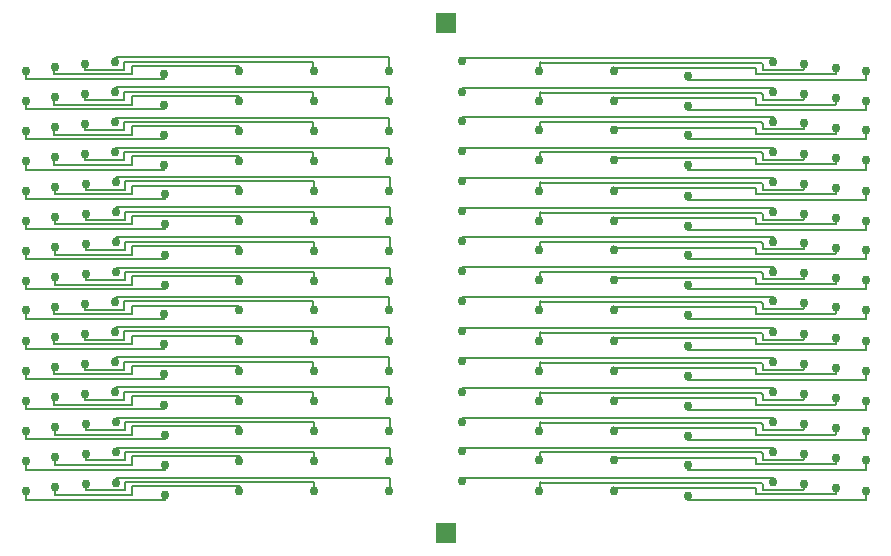
<source format=gbl>
G04 #@! TF.GenerationSoftware,KiCad,Pcbnew,5.1.9+dfsg1-1~bpo10+1*
G04 #@! TF.CreationDate,2021-10-28T18:47:32+00:00*
G04 #@! TF.ProjectId,120-channel-test-board,3132302d-6368-4616-9e6e-656c2d746573,v1.2*
G04 #@! TF.SameCoordinates,Original*
G04 #@! TF.FileFunction,Copper,L2,Bot*
G04 #@! TF.FilePolarity,Positive*
%FSLAX46Y46*%
G04 Gerber Fmt 4.6, Leading zero omitted, Abs format (unit mm)*
G04 Created by KiCad (PCBNEW 5.1.9+dfsg1-1~bpo10+1) date 2021-10-28 18:47:32*
%MOMM*%
%LPD*%
G01*
G04 APERTURE LIST*
G04 #@! TA.AperFunction,ComponentPad*
%ADD10R,1.700000X1.700000*%
G04 #@! TD*
G04 #@! TA.AperFunction,ViaPad*
%ADD11C,0.762000*%
G04 #@! TD*
G04 #@! TA.AperFunction,Conductor*
%ADD12C,0.177800*%
G04 #@! TD*
G04 APERTURE END LIST*
D10*
X76200000Y-82296000D03*
X76200000Y-39116000D03*
D11*
X103950000Y-42450000D03*
X77614780Y-42397520D03*
X84074000Y-43180000D03*
X106500000Y-42600000D03*
X90424000Y-43180000D03*
X109250000Y-42950000D03*
X96750000Y-43600000D03*
X111760000Y-43180000D03*
X77614780Y-44947520D03*
X103950000Y-45000000D03*
X106500000Y-45150000D03*
X84074000Y-45730000D03*
X109250000Y-45500000D03*
X90424000Y-45730000D03*
X111760000Y-45730000D03*
X96750000Y-46150000D03*
X77614780Y-47447520D03*
X103950000Y-47500000D03*
X106500000Y-47650000D03*
X84074000Y-48230000D03*
X109250000Y-48000000D03*
X90424000Y-48230000D03*
X111760000Y-48230000D03*
X96750000Y-48650000D03*
X103950000Y-50050000D03*
X77614780Y-49997520D03*
X84074000Y-50780000D03*
X106500000Y-50200000D03*
X90424000Y-50780000D03*
X109250000Y-50550000D03*
X96750000Y-51200000D03*
X111760000Y-50780000D03*
X77614780Y-52547520D03*
X103950000Y-52600000D03*
X106500000Y-52750000D03*
X84074000Y-53330000D03*
X109250000Y-53100000D03*
X90424000Y-53330000D03*
X111760000Y-53330000D03*
X96750000Y-53750000D03*
X103950000Y-55150000D03*
X77614780Y-55097520D03*
X84074000Y-55880000D03*
X106500000Y-55300000D03*
X90424000Y-55880000D03*
X109250000Y-55650000D03*
X96750000Y-56300000D03*
X111760000Y-55880000D03*
X103950000Y-57650000D03*
X77614780Y-57597520D03*
X84074000Y-58380000D03*
X106500000Y-57800000D03*
X90424000Y-58380000D03*
X109250000Y-58150000D03*
X96750000Y-58800000D03*
X111760000Y-58380000D03*
X77614780Y-60147520D03*
X103950000Y-60200000D03*
X106500000Y-60350000D03*
X84074000Y-60930000D03*
X109250000Y-60700000D03*
X90424000Y-60930000D03*
X111760000Y-60930000D03*
X96750000Y-61350000D03*
X77614780Y-62647520D03*
X103950000Y-62700000D03*
X106500000Y-62850000D03*
X84074000Y-63430000D03*
X109250000Y-63200000D03*
X90424000Y-63430000D03*
X111760000Y-63430000D03*
X96750000Y-63850000D03*
X103950000Y-65300000D03*
X77614780Y-65247520D03*
X84074000Y-66030000D03*
X106500000Y-65450000D03*
X90424000Y-66030000D03*
X109250000Y-65800000D03*
X96750000Y-66450000D03*
X111760000Y-66030000D03*
X77614780Y-67797520D03*
X103950000Y-67850000D03*
X106500000Y-68000000D03*
X84074000Y-68580000D03*
X109250000Y-68350000D03*
X90424000Y-68580000D03*
X111760000Y-68580000D03*
X96750000Y-69000000D03*
X103950000Y-70400000D03*
X77614780Y-70347520D03*
X84074000Y-71130000D03*
X106500000Y-70550000D03*
X90424000Y-71130000D03*
X109250000Y-70900000D03*
X96750000Y-71550000D03*
X111760000Y-71130000D03*
X77614780Y-72897520D03*
X103950000Y-72950000D03*
X106500000Y-73100000D03*
X84074000Y-73680000D03*
X109250000Y-73450000D03*
X90424000Y-73680000D03*
X111760000Y-73680000D03*
X96750000Y-74100000D03*
X103950000Y-75450000D03*
X77614780Y-75397520D03*
X106500000Y-75600000D03*
X84074000Y-76180000D03*
X109250000Y-75950000D03*
X90424000Y-76180000D03*
X111760000Y-76180000D03*
X96750000Y-76600000D03*
X103950000Y-78000000D03*
X77614780Y-77947520D03*
X84074000Y-78730000D03*
X106500000Y-78150000D03*
X90424000Y-78730000D03*
X109250000Y-78500000D03*
X96750000Y-79150000D03*
X111760000Y-78730000D03*
X52400000Y-79100000D03*
X40690000Y-78780000D03*
X58724000Y-78780000D03*
X43150000Y-78450000D03*
X65074000Y-78780000D03*
X65074000Y-78780000D03*
X45750000Y-78200000D03*
X71424000Y-78780000D03*
X71424000Y-78780000D03*
X48250000Y-78050000D03*
X71424000Y-78780000D03*
X52400000Y-76550000D03*
X40690000Y-76230000D03*
X58724000Y-76230000D03*
X43150000Y-75900000D03*
X65074000Y-76230000D03*
X65074000Y-76230000D03*
X45750000Y-75650000D03*
X48250000Y-75500000D03*
X71424000Y-76230000D03*
X71424000Y-76230000D03*
X71424000Y-76230000D03*
X40690000Y-73680000D03*
X52400000Y-74000000D03*
X43150000Y-73350000D03*
X58724000Y-73680000D03*
X65074000Y-73680000D03*
X45750000Y-73100000D03*
X65074000Y-73680000D03*
X71424000Y-73680000D03*
X71424000Y-73680000D03*
X71424000Y-73680000D03*
X48250000Y-72950000D03*
X40640000Y-71130000D03*
X52350000Y-71450000D03*
X43100000Y-70800000D03*
X58674000Y-71130000D03*
X65024000Y-71130000D03*
X45700000Y-70550000D03*
X65024000Y-71130000D03*
X71374000Y-71130000D03*
X71374000Y-71130000D03*
X71374000Y-71130000D03*
X48200000Y-70400000D03*
X52350000Y-68900000D03*
X40640000Y-68580000D03*
X58674000Y-68580000D03*
X43100000Y-68250000D03*
X65024000Y-68580000D03*
X65024000Y-68580000D03*
X45700000Y-68000000D03*
X48200000Y-67850000D03*
X71374000Y-68580000D03*
X71374000Y-68580000D03*
X71374000Y-68580000D03*
X52350000Y-66350000D03*
X40640000Y-66030000D03*
X58674000Y-66030000D03*
X43100000Y-65700000D03*
X65024000Y-66030000D03*
X65024000Y-66030000D03*
X45700000Y-65450000D03*
X71374000Y-66030000D03*
X71374000Y-66030000D03*
X48200000Y-65300000D03*
X71374000Y-66030000D03*
X40640000Y-63480000D03*
X52350000Y-63800000D03*
X43100000Y-63150000D03*
X58674000Y-63480000D03*
X65024000Y-63480000D03*
X45700000Y-62900000D03*
X65024000Y-63480000D03*
X71374000Y-63480000D03*
X71374000Y-63480000D03*
X71374000Y-63480000D03*
X48200000Y-62750000D03*
X40690000Y-60980000D03*
X52400000Y-61300000D03*
X43150000Y-60650000D03*
X58724000Y-60980000D03*
X65074000Y-60980000D03*
X45750000Y-60400000D03*
X65074000Y-60980000D03*
X71424000Y-60980000D03*
X48250000Y-60250000D03*
X71424000Y-60980000D03*
X71424000Y-60980000D03*
X52400000Y-58750000D03*
X40690000Y-58430000D03*
X58724000Y-58430000D03*
X43150000Y-58100000D03*
X65074000Y-58430000D03*
X65074000Y-58430000D03*
X45750000Y-57850000D03*
X71424000Y-58430000D03*
X71424000Y-58430000D03*
X48250000Y-57700000D03*
X71424000Y-58430000D03*
X52400000Y-56200000D03*
X40690000Y-55880000D03*
X58724000Y-55880000D03*
X43150000Y-55550000D03*
X65074000Y-55880000D03*
X65074000Y-55880000D03*
X45750000Y-55300000D03*
X71424000Y-55880000D03*
X71424000Y-55880000D03*
X48250000Y-55150000D03*
X71424000Y-55880000D03*
X40690000Y-53330000D03*
X52400000Y-53650000D03*
X43150000Y-53000000D03*
X58724000Y-53330000D03*
X65074000Y-53330000D03*
X45750000Y-52750000D03*
X65074000Y-53330000D03*
X71424000Y-53330000D03*
X71424000Y-53330000D03*
X71424000Y-53330000D03*
X48250000Y-52600000D03*
X52350000Y-51150000D03*
X40640000Y-50830000D03*
X58674000Y-50830000D03*
X43100000Y-50500000D03*
X65024000Y-50830000D03*
X65024000Y-50830000D03*
X45700000Y-50250000D03*
X71374000Y-50830000D03*
X71374000Y-50830000D03*
X48200000Y-50100000D03*
X71374000Y-50830000D03*
X40640000Y-48280000D03*
X52350000Y-48600000D03*
X43100000Y-47950000D03*
X58674000Y-48280000D03*
X45700000Y-47700000D03*
X65024000Y-48280000D03*
X65024000Y-48280000D03*
X71374000Y-48280000D03*
X71374000Y-48280000D03*
X71374000Y-48280000D03*
X48200000Y-47550000D03*
X40640000Y-45730000D03*
X52350000Y-46050000D03*
X43100000Y-45400000D03*
X58674000Y-45730000D03*
X65024000Y-45730000D03*
X45700000Y-45150000D03*
X65024000Y-45730000D03*
X71374000Y-45730000D03*
X71374000Y-45730000D03*
X71374000Y-45730000D03*
X48200000Y-45000000D03*
X52350000Y-43500000D03*
X40640000Y-43180000D03*
X58674000Y-43180000D03*
X43100000Y-42850000D03*
X65024000Y-43180000D03*
X65024000Y-43180000D03*
X45700000Y-42600000D03*
X71374000Y-43180000D03*
X71374000Y-43180000D03*
X48200000Y-42450000D03*
X71374000Y-43180000D03*
D12*
X77565780Y-42348520D02*
X77614780Y-42397520D01*
X77565780Y-42348520D02*
X77591180Y-42062800D01*
X77591180Y-42062800D02*
X77616180Y-42087800D01*
X77616180Y-42087800D02*
X103966180Y-42087800D01*
X103966180Y-42087800D02*
X103950000Y-42450000D01*
X106450000Y-43100000D02*
X106500000Y-43050000D01*
X106500000Y-43050000D02*
X106500000Y-42600000D01*
X103050000Y-43100000D02*
X103150000Y-43100000D01*
X103050000Y-42650000D02*
X103050000Y-43100000D01*
X102900000Y-42500000D02*
X103050000Y-42650000D01*
X84256598Y-42500000D02*
X102900000Y-42500000D01*
X84200000Y-42443402D02*
X84256598Y-42500000D01*
X84200000Y-43054000D02*
X84200000Y-42443402D01*
X84074000Y-43180000D02*
X84200000Y-43054000D01*
X103150000Y-43100000D02*
X106450000Y-43100000D01*
X109200000Y-43500000D02*
X109250000Y-43450000D01*
X90400000Y-43156000D02*
X90424000Y-43180000D01*
X90400000Y-43156000D02*
X90400000Y-42855602D01*
X90400000Y-42855602D02*
X90494398Y-42950000D01*
X90494398Y-42950000D02*
X102450000Y-42950000D01*
X102450000Y-42950000D02*
X102450000Y-43050000D01*
X102450000Y-43050000D02*
X102450000Y-43450000D01*
X102450000Y-43450000D02*
X102500000Y-43500000D01*
X109250000Y-43450000D02*
X109250000Y-42950000D01*
X102500000Y-43500000D02*
X109200000Y-43500000D01*
X111750000Y-43190000D02*
X111760000Y-43180000D01*
X111750000Y-43190000D02*
X111750000Y-43950000D01*
X111750000Y-43950000D02*
X96750000Y-43950000D01*
X96750000Y-43950000D02*
X96750000Y-43600000D01*
X103966180Y-44637800D02*
X103950000Y-45000000D01*
X77616180Y-44637800D02*
X103966180Y-44637800D01*
X77591180Y-44612800D02*
X77616180Y-44637800D01*
X77565780Y-44898520D02*
X77591180Y-44612800D01*
X77565780Y-44898520D02*
X77614780Y-44947520D01*
X103150000Y-45650000D02*
X106450000Y-45650000D01*
X84074000Y-45730000D02*
X84200000Y-45604000D01*
X84200000Y-45604000D02*
X84200000Y-44993402D01*
X84200000Y-44993402D02*
X84256598Y-45050000D01*
X84256598Y-45050000D02*
X102900000Y-45050000D01*
X102900000Y-45050000D02*
X103050000Y-45200000D01*
X103050000Y-45200000D02*
X103050000Y-45650000D01*
X103050000Y-45650000D02*
X103150000Y-45650000D01*
X106500000Y-45600000D02*
X106500000Y-45150000D01*
X106450000Y-45650000D02*
X106500000Y-45600000D01*
X102500000Y-46050000D02*
X109200000Y-46050000D01*
X109250000Y-46000000D02*
X109250000Y-45500000D01*
X102450000Y-46000000D02*
X102500000Y-46050000D01*
X102450000Y-45600000D02*
X102450000Y-46000000D01*
X102450000Y-45500000D02*
X102450000Y-45600000D01*
X90494398Y-45500000D02*
X102450000Y-45500000D01*
X90400000Y-45405602D02*
X90494398Y-45500000D01*
X90400000Y-45706000D02*
X90400000Y-45405602D01*
X90400000Y-45706000D02*
X90424000Y-45730000D01*
X109200000Y-46050000D02*
X109250000Y-46000000D01*
X96750000Y-46500000D02*
X96750000Y-46150000D01*
X111750000Y-46500000D02*
X96750000Y-46500000D01*
X111750000Y-45740000D02*
X111750000Y-46500000D01*
X111750000Y-45740000D02*
X111760000Y-45730000D01*
X103966180Y-47137800D02*
X103950000Y-47500000D01*
X77616180Y-47137800D02*
X103966180Y-47137800D01*
X77591180Y-47112800D02*
X77616180Y-47137800D01*
X77565780Y-47398520D02*
X77591180Y-47112800D01*
X77565780Y-47398520D02*
X77614780Y-47447520D01*
X103150000Y-48150000D02*
X106450000Y-48150000D01*
X84074000Y-48230000D02*
X84200000Y-48104000D01*
X84200000Y-48104000D02*
X84200000Y-47493402D01*
X84200000Y-47493402D02*
X84256598Y-47550000D01*
X84256598Y-47550000D02*
X102900000Y-47550000D01*
X102900000Y-47550000D02*
X103050000Y-47700000D01*
X103050000Y-47700000D02*
X103050000Y-48150000D01*
X103050000Y-48150000D02*
X103150000Y-48150000D01*
X106500000Y-48100000D02*
X106500000Y-47650000D01*
X106450000Y-48150000D02*
X106500000Y-48100000D01*
X102500000Y-48550000D02*
X109200000Y-48550000D01*
X109250000Y-48500000D02*
X109250000Y-48000000D01*
X102450000Y-48500000D02*
X102500000Y-48550000D01*
X102450000Y-48100000D02*
X102450000Y-48500000D01*
X102450000Y-48000000D02*
X102450000Y-48100000D01*
X90494398Y-48000000D02*
X102450000Y-48000000D01*
X90400000Y-47905602D02*
X90494398Y-48000000D01*
X90400000Y-48206000D02*
X90400000Y-47905602D01*
X90400000Y-48206000D02*
X90424000Y-48230000D01*
X109200000Y-48550000D02*
X109250000Y-48500000D01*
X96750000Y-49000000D02*
X96750000Y-48650000D01*
X111750000Y-49000000D02*
X96750000Y-49000000D01*
X111750000Y-48240000D02*
X111750000Y-49000000D01*
X111750000Y-48240000D02*
X111760000Y-48230000D01*
X77565780Y-49948520D02*
X77614780Y-49997520D01*
X77565780Y-49948520D02*
X77591180Y-49662800D01*
X77591180Y-49662800D02*
X77616180Y-49687800D01*
X77616180Y-49687800D02*
X103966180Y-49687800D01*
X103966180Y-49687800D02*
X103950000Y-50050000D01*
X106450000Y-50700000D02*
X106500000Y-50650000D01*
X106500000Y-50650000D02*
X106500000Y-50200000D01*
X103050000Y-50700000D02*
X103150000Y-50700000D01*
X103050000Y-50250000D02*
X103050000Y-50700000D01*
X102900000Y-50100000D02*
X103050000Y-50250000D01*
X84256598Y-50100000D02*
X102900000Y-50100000D01*
X84200000Y-50043402D02*
X84256598Y-50100000D01*
X84200000Y-50654000D02*
X84200000Y-50043402D01*
X84074000Y-50780000D02*
X84200000Y-50654000D01*
X103150000Y-50700000D02*
X106450000Y-50700000D01*
X109200000Y-51100000D02*
X109250000Y-51050000D01*
X90400000Y-50756000D02*
X90424000Y-50780000D01*
X90400000Y-50756000D02*
X90400000Y-50455602D01*
X90400000Y-50455602D02*
X90494398Y-50550000D01*
X90494398Y-50550000D02*
X102450000Y-50550000D01*
X102450000Y-50550000D02*
X102450000Y-50650000D01*
X102450000Y-50650000D02*
X102450000Y-51050000D01*
X102450000Y-51050000D02*
X102500000Y-51100000D01*
X109250000Y-51050000D02*
X109250000Y-50550000D01*
X102500000Y-51100000D02*
X109200000Y-51100000D01*
X111750000Y-50790000D02*
X111760000Y-50780000D01*
X111750000Y-50790000D02*
X111750000Y-51550000D01*
X111750000Y-51550000D02*
X96750000Y-51550000D01*
X96750000Y-51550000D02*
X96750000Y-51200000D01*
X103966180Y-52237800D02*
X103950000Y-52600000D01*
X77616180Y-52237800D02*
X103966180Y-52237800D01*
X77591180Y-52212800D02*
X77616180Y-52237800D01*
X77565780Y-52498520D02*
X77591180Y-52212800D01*
X77565780Y-52498520D02*
X77614780Y-52547520D01*
X103150000Y-53250000D02*
X106450000Y-53250000D01*
X84074000Y-53330000D02*
X84200000Y-53204000D01*
X84200000Y-53204000D02*
X84200000Y-52593402D01*
X84200000Y-52593402D02*
X84256598Y-52650000D01*
X84256598Y-52650000D02*
X102900000Y-52650000D01*
X102900000Y-52650000D02*
X103050000Y-52800000D01*
X103050000Y-52800000D02*
X103050000Y-53250000D01*
X103050000Y-53250000D02*
X103150000Y-53250000D01*
X106500000Y-53200000D02*
X106500000Y-52750000D01*
X106450000Y-53250000D02*
X106500000Y-53200000D01*
X102500000Y-53650000D02*
X109200000Y-53650000D01*
X109250000Y-53600000D02*
X109250000Y-53100000D01*
X102450000Y-53600000D02*
X102500000Y-53650000D01*
X102450000Y-53200000D02*
X102450000Y-53600000D01*
X102450000Y-53100000D02*
X102450000Y-53200000D01*
X90494398Y-53100000D02*
X102450000Y-53100000D01*
X90400000Y-53005602D02*
X90494398Y-53100000D01*
X90400000Y-53306000D02*
X90400000Y-53005602D01*
X90400000Y-53306000D02*
X90424000Y-53330000D01*
X109200000Y-53650000D02*
X109250000Y-53600000D01*
X96750000Y-54100000D02*
X96750000Y-53750000D01*
X111750000Y-54100000D02*
X96750000Y-54100000D01*
X111750000Y-53340000D02*
X111750000Y-54100000D01*
X111750000Y-53340000D02*
X111760000Y-53330000D01*
X77565780Y-55048520D02*
X77614780Y-55097520D01*
X77565780Y-55048520D02*
X77591180Y-54762800D01*
X77591180Y-54762800D02*
X77616180Y-54787800D01*
X77616180Y-54787800D02*
X103966180Y-54787800D01*
X103966180Y-54787800D02*
X103950000Y-55150000D01*
X106450000Y-55800000D02*
X106500000Y-55750000D01*
X106500000Y-55750000D02*
X106500000Y-55300000D01*
X103050000Y-55800000D02*
X103150000Y-55800000D01*
X103050000Y-55350000D02*
X103050000Y-55800000D01*
X102900000Y-55200000D02*
X103050000Y-55350000D01*
X84256598Y-55200000D02*
X102900000Y-55200000D01*
X84200000Y-55143402D02*
X84256598Y-55200000D01*
X84200000Y-55754000D02*
X84200000Y-55143402D01*
X84074000Y-55880000D02*
X84200000Y-55754000D01*
X103150000Y-55800000D02*
X106450000Y-55800000D01*
X109200000Y-56200000D02*
X109250000Y-56150000D01*
X90400000Y-55856000D02*
X90424000Y-55880000D01*
X90400000Y-55856000D02*
X90400000Y-55555602D01*
X90400000Y-55555602D02*
X90494398Y-55650000D01*
X90494398Y-55650000D02*
X102450000Y-55650000D01*
X102450000Y-55650000D02*
X102450000Y-55750000D01*
X102450000Y-55750000D02*
X102450000Y-56150000D01*
X102450000Y-56150000D02*
X102500000Y-56200000D01*
X109250000Y-56150000D02*
X109250000Y-55650000D01*
X102500000Y-56200000D02*
X109200000Y-56200000D01*
X111750000Y-55890000D02*
X111760000Y-55880000D01*
X111750000Y-55890000D02*
X111750000Y-56650000D01*
X111750000Y-56650000D02*
X96750000Y-56650000D01*
X96750000Y-56650000D02*
X96750000Y-56300000D01*
X77565780Y-57548520D02*
X77614780Y-57597520D01*
X77565780Y-57548520D02*
X77591180Y-57262800D01*
X77591180Y-57262800D02*
X77616180Y-57287800D01*
X77616180Y-57287800D02*
X103966180Y-57287800D01*
X103966180Y-57287800D02*
X103950000Y-57650000D01*
X106450000Y-58300000D02*
X106500000Y-58250000D01*
X106500000Y-58250000D02*
X106500000Y-57800000D01*
X103050000Y-58300000D02*
X103150000Y-58300000D01*
X103050000Y-57850000D02*
X103050000Y-58300000D01*
X102900000Y-57700000D02*
X103050000Y-57850000D01*
X84256598Y-57700000D02*
X102900000Y-57700000D01*
X84200000Y-57643402D02*
X84256598Y-57700000D01*
X84200000Y-58254000D02*
X84200000Y-57643402D01*
X84074000Y-58380000D02*
X84200000Y-58254000D01*
X103150000Y-58300000D02*
X106450000Y-58300000D01*
X109200000Y-58700000D02*
X109250000Y-58650000D01*
X90400000Y-58356000D02*
X90424000Y-58380000D01*
X90400000Y-58356000D02*
X90400000Y-58055602D01*
X90400000Y-58055602D02*
X90494398Y-58150000D01*
X90494398Y-58150000D02*
X102450000Y-58150000D01*
X102450000Y-58150000D02*
X102450000Y-58250000D01*
X102450000Y-58250000D02*
X102450000Y-58650000D01*
X102450000Y-58650000D02*
X102500000Y-58700000D01*
X109250000Y-58650000D02*
X109250000Y-58150000D01*
X102500000Y-58700000D02*
X109200000Y-58700000D01*
X111750000Y-58390000D02*
X111760000Y-58380000D01*
X111750000Y-58390000D02*
X111750000Y-59150000D01*
X111750000Y-59150000D02*
X96750000Y-59150000D01*
X96750000Y-59150000D02*
X96750000Y-58800000D01*
X103966180Y-59837800D02*
X103950000Y-60200000D01*
X77616180Y-59837800D02*
X103966180Y-59837800D01*
X77591180Y-59812800D02*
X77616180Y-59837800D01*
X77565780Y-60098520D02*
X77591180Y-59812800D01*
X77565780Y-60098520D02*
X77614780Y-60147520D01*
X103150000Y-60850000D02*
X106450000Y-60850000D01*
X84074000Y-60930000D02*
X84200000Y-60804000D01*
X84200000Y-60804000D02*
X84200000Y-60193402D01*
X84200000Y-60193402D02*
X84256598Y-60250000D01*
X84256598Y-60250000D02*
X102900000Y-60250000D01*
X102900000Y-60250000D02*
X103050000Y-60400000D01*
X103050000Y-60400000D02*
X103050000Y-60850000D01*
X103050000Y-60850000D02*
X103150000Y-60850000D01*
X106500000Y-60800000D02*
X106500000Y-60350000D01*
X106450000Y-60850000D02*
X106500000Y-60800000D01*
X102500000Y-61250000D02*
X109200000Y-61250000D01*
X109250000Y-61200000D02*
X109250000Y-60700000D01*
X102450000Y-61200000D02*
X102500000Y-61250000D01*
X102450000Y-60800000D02*
X102450000Y-61200000D01*
X102450000Y-60700000D02*
X102450000Y-60800000D01*
X90494398Y-60700000D02*
X102450000Y-60700000D01*
X90400000Y-60605602D02*
X90494398Y-60700000D01*
X90400000Y-60906000D02*
X90400000Y-60605602D01*
X90400000Y-60906000D02*
X90424000Y-60930000D01*
X109200000Y-61250000D02*
X109250000Y-61200000D01*
X96750000Y-61700000D02*
X96750000Y-61350000D01*
X111750000Y-61700000D02*
X96750000Y-61700000D01*
X111750000Y-60940000D02*
X111750000Y-61700000D01*
X111750000Y-60940000D02*
X111760000Y-60930000D01*
X103966180Y-62337800D02*
X103950000Y-62700000D01*
X77616180Y-62337800D02*
X103966180Y-62337800D01*
X77591180Y-62312800D02*
X77616180Y-62337800D01*
X77565780Y-62598520D02*
X77591180Y-62312800D01*
X77565780Y-62598520D02*
X77614780Y-62647520D01*
X103150000Y-63350000D02*
X106450000Y-63350000D01*
X84074000Y-63430000D02*
X84200000Y-63304000D01*
X84200000Y-63304000D02*
X84200000Y-62693402D01*
X84200000Y-62693402D02*
X84256598Y-62750000D01*
X84256598Y-62750000D02*
X102900000Y-62750000D01*
X102900000Y-62750000D02*
X103050000Y-62900000D01*
X103050000Y-62900000D02*
X103050000Y-63350000D01*
X103050000Y-63350000D02*
X103150000Y-63350000D01*
X106500000Y-63300000D02*
X106500000Y-62850000D01*
X106450000Y-63350000D02*
X106500000Y-63300000D01*
X102500000Y-63750000D02*
X109200000Y-63750000D01*
X109250000Y-63700000D02*
X109250000Y-63200000D01*
X102450000Y-63700000D02*
X102500000Y-63750000D01*
X102450000Y-63300000D02*
X102450000Y-63700000D01*
X102450000Y-63200000D02*
X102450000Y-63300000D01*
X90494398Y-63200000D02*
X102450000Y-63200000D01*
X90400000Y-63105602D02*
X90494398Y-63200000D01*
X90400000Y-63406000D02*
X90400000Y-63105602D01*
X90400000Y-63406000D02*
X90424000Y-63430000D01*
X109200000Y-63750000D02*
X109250000Y-63700000D01*
X96750000Y-64200000D02*
X96750000Y-63850000D01*
X111750000Y-64200000D02*
X96750000Y-64200000D01*
X111750000Y-63440000D02*
X111750000Y-64200000D01*
X111750000Y-63440000D02*
X111760000Y-63430000D01*
X77565780Y-65198520D02*
X77614780Y-65247520D01*
X77565780Y-65198520D02*
X77591180Y-64912800D01*
X77591180Y-64912800D02*
X77616180Y-64937800D01*
X77616180Y-64937800D02*
X103966180Y-64937800D01*
X103966180Y-64937800D02*
X103950000Y-65300000D01*
X106450000Y-65950000D02*
X106500000Y-65900000D01*
X106500000Y-65900000D02*
X106500000Y-65450000D01*
X103050000Y-65950000D02*
X103150000Y-65950000D01*
X103050000Y-65500000D02*
X103050000Y-65950000D01*
X102900000Y-65350000D02*
X103050000Y-65500000D01*
X84256598Y-65350000D02*
X102900000Y-65350000D01*
X84200000Y-65293402D02*
X84256598Y-65350000D01*
X84200000Y-65904000D02*
X84200000Y-65293402D01*
X84074000Y-66030000D02*
X84200000Y-65904000D01*
X103150000Y-65950000D02*
X106450000Y-65950000D01*
X109200000Y-66350000D02*
X109250000Y-66300000D01*
X90400000Y-66006000D02*
X90424000Y-66030000D01*
X90400000Y-66006000D02*
X90400000Y-65705602D01*
X90400000Y-65705602D02*
X90494398Y-65800000D01*
X90494398Y-65800000D02*
X102450000Y-65800000D01*
X102450000Y-65800000D02*
X102450000Y-65900000D01*
X102450000Y-65900000D02*
X102450000Y-66300000D01*
X102450000Y-66300000D02*
X102500000Y-66350000D01*
X109250000Y-66300000D02*
X109250000Y-65800000D01*
X102500000Y-66350000D02*
X109200000Y-66350000D01*
X111750000Y-66040000D02*
X111760000Y-66030000D01*
X111750000Y-66040000D02*
X111750000Y-66800000D01*
X111750000Y-66800000D02*
X96750000Y-66800000D01*
X96750000Y-66800000D02*
X96750000Y-66450000D01*
X103966180Y-67487800D02*
X103950000Y-67850000D01*
X77616180Y-67487800D02*
X103966180Y-67487800D01*
X77591180Y-67462800D02*
X77616180Y-67487800D01*
X77565780Y-67748520D02*
X77591180Y-67462800D01*
X77565780Y-67748520D02*
X77614780Y-67797520D01*
X103150000Y-68500000D02*
X106450000Y-68500000D01*
X84074000Y-68580000D02*
X84200000Y-68454000D01*
X84200000Y-68454000D02*
X84200000Y-67843402D01*
X84200000Y-67843402D02*
X84256598Y-67900000D01*
X84256598Y-67900000D02*
X102900000Y-67900000D01*
X102900000Y-67900000D02*
X103050000Y-68050000D01*
X103050000Y-68050000D02*
X103050000Y-68500000D01*
X103050000Y-68500000D02*
X103150000Y-68500000D01*
X106500000Y-68450000D02*
X106500000Y-68000000D01*
X106450000Y-68500000D02*
X106500000Y-68450000D01*
X102500000Y-68900000D02*
X109200000Y-68900000D01*
X109250000Y-68850000D02*
X109250000Y-68350000D01*
X102450000Y-68850000D02*
X102500000Y-68900000D01*
X102450000Y-68450000D02*
X102450000Y-68850000D01*
X102450000Y-68350000D02*
X102450000Y-68450000D01*
X90494398Y-68350000D02*
X102450000Y-68350000D01*
X90400000Y-68255602D02*
X90494398Y-68350000D01*
X90400000Y-68556000D02*
X90400000Y-68255602D01*
X90400000Y-68556000D02*
X90424000Y-68580000D01*
X109200000Y-68900000D02*
X109250000Y-68850000D01*
X96750000Y-69350000D02*
X96750000Y-69000000D01*
X111750000Y-69350000D02*
X96750000Y-69350000D01*
X111750000Y-68590000D02*
X111750000Y-69350000D01*
X111750000Y-68590000D02*
X111760000Y-68580000D01*
X77565780Y-70298520D02*
X77614780Y-70347520D01*
X77565780Y-70298520D02*
X77591180Y-70012800D01*
X77591180Y-70012800D02*
X77616180Y-70037800D01*
X77616180Y-70037800D02*
X103966180Y-70037800D01*
X103966180Y-70037800D02*
X103950000Y-70400000D01*
X106450000Y-71050000D02*
X106500000Y-71000000D01*
X106500000Y-71000000D02*
X106500000Y-70550000D01*
X103050000Y-71050000D02*
X103150000Y-71050000D01*
X103050000Y-70600000D02*
X103050000Y-71050000D01*
X102900000Y-70450000D02*
X103050000Y-70600000D01*
X84256598Y-70450000D02*
X102900000Y-70450000D01*
X84200000Y-70393402D02*
X84256598Y-70450000D01*
X84200000Y-71004000D02*
X84200000Y-70393402D01*
X84074000Y-71130000D02*
X84200000Y-71004000D01*
X103150000Y-71050000D02*
X106450000Y-71050000D01*
X109200000Y-71450000D02*
X109250000Y-71400000D01*
X90400000Y-71106000D02*
X90424000Y-71130000D01*
X90400000Y-71106000D02*
X90400000Y-70805602D01*
X90400000Y-70805602D02*
X90494398Y-70900000D01*
X90494398Y-70900000D02*
X102450000Y-70900000D01*
X102450000Y-70900000D02*
X102450000Y-71000000D01*
X102450000Y-71000000D02*
X102450000Y-71400000D01*
X102450000Y-71400000D02*
X102500000Y-71450000D01*
X109250000Y-71400000D02*
X109250000Y-70900000D01*
X102500000Y-71450000D02*
X109200000Y-71450000D01*
X111750000Y-71140000D02*
X111760000Y-71130000D01*
X111750000Y-71140000D02*
X111750000Y-71900000D01*
X111750000Y-71900000D02*
X96750000Y-71900000D01*
X96750000Y-71900000D02*
X96750000Y-71550000D01*
X103966180Y-72587800D02*
X103950000Y-72950000D01*
X77616180Y-72587800D02*
X103966180Y-72587800D01*
X77591180Y-72562800D02*
X77616180Y-72587800D01*
X77565780Y-72848520D02*
X77591180Y-72562800D01*
X77565780Y-72848520D02*
X77614780Y-72897520D01*
X103150000Y-73600000D02*
X106450000Y-73600000D01*
X84074000Y-73680000D02*
X84200000Y-73554000D01*
X84200000Y-73554000D02*
X84200000Y-72943402D01*
X84200000Y-72943402D02*
X84256598Y-73000000D01*
X84256598Y-73000000D02*
X102900000Y-73000000D01*
X102900000Y-73000000D02*
X103050000Y-73150000D01*
X103050000Y-73150000D02*
X103050000Y-73600000D01*
X103050000Y-73600000D02*
X103150000Y-73600000D01*
X106500000Y-73550000D02*
X106500000Y-73100000D01*
X106450000Y-73600000D02*
X106500000Y-73550000D01*
X102500000Y-74000000D02*
X109200000Y-74000000D01*
X109250000Y-73950000D02*
X109250000Y-73450000D01*
X102450000Y-73950000D02*
X102500000Y-74000000D01*
X102450000Y-73550000D02*
X102450000Y-73950000D01*
X102450000Y-73450000D02*
X102450000Y-73550000D01*
X90494398Y-73450000D02*
X102450000Y-73450000D01*
X90400000Y-73355602D02*
X90494398Y-73450000D01*
X90400000Y-73656000D02*
X90400000Y-73355602D01*
X90400000Y-73656000D02*
X90424000Y-73680000D01*
X109200000Y-74000000D02*
X109250000Y-73950000D01*
X96750000Y-74450000D02*
X96750000Y-74100000D01*
X111750000Y-74450000D02*
X96750000Y-74450000D01*
X111750000Y-73690000D02*
X111750000Y-74450000D01*
X111750000Y-73690000D02*
X111760000Y-73680000D01*
X77565780Y-75348520D02*
X77614780Y-75397520D01*
X77565780Y-75348520D02*
X77591180Y-75062800D01*
X77591180Y-75062800D02*
X77616180Y-75087800D01*
X77616180Y-75087800D02*
X103966180Y-75087800D01*
X103966180Y-75087800D02*
X103950000Y-75450000D01*
X103150000Y-76100000D02*
X106450000Y-76100000D01*
X84074000Y-76180000D02*
X84200000Y-76054000D01*
X84200000Y-76054000D02*
X84200000Y-75443402D01*
X84200000Y-75443402D02*
X84256598Y-75500000D01*
X84256598Y-75500000D02*
X102900000Y-75500000D01*
X102900000Y-75500000D02*
X103050000Y-75650000D01*
X103050000Y-75650000D02*
X103050000Y-76100000D01*
X103050000Y-76100000D02*
X103150000Y-76100000D01*
X106500000Y-76050000D02*
X106500000Y-75600000D01*
X106450000Y-76100000D02*
X106500000Y-76050000D01*
X102500000Y-76500000D02*
X109200000Y-76500000D01*
X109250000Y-76450000D02*
X109250000Y-75950000D01*
X102450000Y-76450000D02*
X102500000Y-76500000D01*
X102450000Y-76050000D02*
X102450000Y-76450000D01*
X102450000Y-75950000D02*
X102450000Y-76050000D01*
X90494398Y-75950000D02*
X102450000Y-75950000D01*
X90400000Y-75855602D02*
X90494398Y-75950000D01*
X90400000Y-76156000D02*
X90400000Y-75855602D01*
X90400000Y-76156000D02*
X90424000Y-76180000D01*
X109200000Y-76500000D02*
X109250000Y-76450000D01*
X96750000Y-76950000D02*
X96750000Y-76600000D01*
X111750000Y-76950000D02*
X96750000Y-76950000D01*
X111750000Y-76190000D02*
X111750000Y-76950000D01*
X111750000Y-76190000D02*
X111760000Y-76180000D01*
X77565780Y-77898520D02*
X77614780Y-77947520D01*
X77565780Y-77898520D02*
X77591180Y-77612800D01*
X77591180Y-77612800D02*
X77616180Y-77637800D01*
X77616180Y-77637800D02*
X103966180Y-77637800D01*
X103966180Y-77637800D02*
X103950000Y-78000000D01*
X106450000Y-78650000D02*
X106500000Y-78600000D01*
X106500000Y-78600000D02*
X106500000Y-78150000D01*
X103050000Y-78650000D02*
X103150000Y-78650000D01*
X103050000Y-78200000D02*
X103050000Y-78650000D01*
X102900000Y-78050000D02*
X103050000Y-78200000D01*
X84256598Y-78050000D02*
X102900000Y-78050000D01*
X84200000Y-77993402D02*
X84256598Y-78050000D01*
X84200000Y-78604000D02*
X84200000Y-77993402D01*
X84074000Y-78730000D02*
X84200000Y-78604000D01*
X103150000Y-78650000D02*
X106450000Y-78650000D01*
X109200000Y-79050000D02*
X109250000Y-79000000D01*
X90400000Y-78706000D02*
X90424000Y-78730000D01*
X90400000Y-78706000D02*
X90400000Y-78405602D01*
X90400000Y-78405602D02*
X90494398Y-78500000D01*
X90494398Y-78500000D02*
X102450000Y-78500000D01*
X102450000Y-78500000D02*
X102450000Y-78600000D01*
X102450000Y-78600000D02*
X102450000Y-79000000D01*
X102450000Y-79000000D02*
X102500000Y-79050000D01*
X109250000Y-79000000D02*
X109250000Y-78500000D01*
X102500000Y-79050000D02*
X109200000Y-79050000D01*
X111750000Y-78740000D02*
X111760000Y-78730000D01*
X111750000Y-78740000D02*
X111750000Y-79500000D01*
X111750000Y-79500000D02*
X96750000Y-79500000D01*
X96750000Y-79500000D02*
X96750000Y-79150000D01*
X40700000Y-78790000D02*
X40690000Y-78780000D01*
X40700000Y-78790000D02*
X40700000Y-79500000D01*
X40700000Y-79500000D02*
X52400000Y-79500000D01*
X52400000Y-79500000D02*
X52400000Y-79100000D01*
X43100000Y-78500000D02*
X43150000Y-78450000D01*
X49650000Y-79100000D02*
X43100000Y-79100000D01*
X49650000Y-78361204D02*
X49650000Y-79100000D01*
X58750000Y-78361204D02*
X49650000Y-78361204D01*
X58750000Y-78754000D02*
X58750000Y-78361204D01*
X58724000Y-78780000D02*
X58750000Y-78754000D01*
X43100000Y-79100000D02*
X43100000Y-78500000D01*
X45750000Y-78700000D02*
X49050000Y-78700000D01*
X65050000Y-78756000D02*
X65074000Y-78780000D01*
X65050000Y-78756000D02*
X65050000Y-78005602D01*
X65050000Y-78005602D02*
X49050000Y-78005602D01*
X49050000Y-78005602D02*
X49050000Y-78700000D01*
X45750000Y-78700000D02*
X45750000Y-78200000D01*
X71450000Y-78754000D02*
X71424000Y-78780000D01*
X71450000Y-78754000D02*
X71450000Y-77650000D01*
X71450000Y-77650000D02*
X48300000Y-77650000D01*
X48300000Y-77650000D02*
X48250000Y-77700000D01*
X48250000Y-77700000D02*
X48250000Y-78050000D01*
X40700000Y-76240000D02*
X40690000Y-76230000D01*
X40700000Y-76240000D02*
X40700000Y-76950000D01*
X40700000Y-76950000D02*
X52400000Y-76950000D01*
X52400000Y-76950000D02*
X52400000Y-76550000D01*
X43100000Y-75950000D02*
X43150000Y-75900000D01*
X49650000Y-76550000D02*
X43100000Y-76550000D01*
X49650000Y-75811204D02*
X49650000Y-76550000D01*
X58750000Y-75811204D02*
X49650000Y-75811204D01*
X58750000Y-76204000D02*
X58750000Y-75811204D01*
X58724000Y-76230000D02*
X58750000Y-76204000D01*
X43100000Y-76550000D02*
X43100000Y-75950000D01*
X45750000Y-76150000D02*
X49050000Y-76150000D01*
X65050000Y-76206000D02*
X65074000Y-76230000D01*
X65050000Y-76206000D02*
X65050000Y-75455602D01*
X65050000Y-75455602D02*
X49050000Y-75455602D01*
X49050000Y-75455602D02*
X49050000Y-76150000D01*
X45750000Y-76150000D02*
X45750000Y-75650000D01*
X71450000Y-76204000D02*
X71424000Y-76230000D01*
X71450000Y-76204000D02*
X71450000Y-75100000D01*
X71450000Y-75100000D02*
X48300000Y-75100000D01*
X48300000Y-75100000D02*
X48250000Y-75150000D01*
X48250000Y-75150000D02*
X48250000Y-75500000D01*
X52400000Y-74400000D02*
X52400000Y-74000000D01*
X40700000Y-74400000D02*
X52400000Y-74400000D01*
X40700000Y-73690000D02*
X40700000Y-74400000D01*
X40700000Y-73690000D02*
X40690000Y-73680000D01*
X43100000Y-74000000D02*
X43100000Y-73400000D01*
X58724000Y-73680000D02*
X58750000Y-73654000D01*
X58750000Y-73654000D02*
X58750000Y-73261204D01*
X58750000Y-73261204D02*
X49650000Y-73261204D01*
X49650000Y-73261204D02*
X49650000Y-74000000D01*
X49650000Y-74000000D02*
X43100000Y-74000000D01*
X43100000Y-73400000D02*
X43150000Y-73350000D01*
X45750000Y-73600000D02*
X45750000Y-73100000D01*
X49050000Y-72905602D02*
X49050000Y-73600000D01*
X65050000Y-72905602D02*
X49050000Y-72905602D01*
X65050000Y-73656000D02*
X65050000Y-72905602D01*
X65050000Y-73656000D02*
X65074000Y-73680000D01*
X45750000Y-73600000D02*
X49050000Y-73600000D01*
X48250000Y-72600000D02*
X48250000Y-72950000D01*
X48300000Y-72550000D02*
X48250000Y-72600000D01*
X71450000Y-72550000D02*
X48300000Y-72550000D01*
X71450000Y-73654000D02*
X71450000Y-72550000D01*
X71450000Y-73654000D02*
X71424000Y-73680000D01*
X52350000Y-71850000D02*
X52350000Y-71450000D01*
X40650000Y-71850000D02*
X52350000Y-71850000D01*
X40650000Y-71140000D02*
X40650000Y-71850000D01*
X40650000Y-71140000D02*
X40640000Y-71130000D01*
X43050000Y-71450000D02*
X43050000Y-70850000D01*
X58674000Y-71130000D02*
X58700000Y-71104000D01*
X58700000Y-71104000D02*
X58700000Y-70711204D01*
X58700000Y-70711204D02*
X49600000Y-70711204D01*
X49600000Y-70711204D02*
X49600000Y-71450000D01*
X49600000Y-71450000D02*
X43050000Y-71450000D01*
X43050000Y-70850000D02*
X43100000Y-70800000D01*
X45700000Y-71050000D02*
X45700000Y-70550000D01*
X49000000Y-70355602D02*
X49000000Y-71050000D01*
X65000000Y-70355602D02*
X49000000Y-70355602D01*
X65000000Y-71106000D02*
X65000000Y-70355602D01*
X65000000Y-71106000D02*
X65024000Y-71130000D01*
X45700000Y-71050000D02*
X49000000Y-71050000D01*
X48200000Y-70050000D02*
X48200000Y-70400000D01*
X48250000Y-70000000D02*
X48200000Y-70050000D01*
X71400000Y-70000000D02*
X48250000Y-70000000D01*
X71400000Y-71104000D02*
X71400000Y-70000000D01*
X71400000Y-71104000D02*
X71374000Y-71130000D01*
X40650000Y-68590000D02*
X40640000Y-68580000D01*
X40650000Y-68590000D02*
X40650000Y-69300000D01*
X40650000Y-69300000D02*
X52350000Y-69300000D01*
X52350000Y-69300000D02*
X52350000Y-68900000D01*
X43050000Y-68300000D02*
X43100000Y-68250000D01*
X49600000Y-68900000D02*
X43050000Y-68900000D01*
X49600000Y-68161204D02*
X49600000Y-68900000D01*
X58700000Y-68161204D02*
X49600000Y-68161204D01*
X58700000Y-68554000D02*
X58700000Y-68161204D01*
X58674000Y-68580000D02*
X58700000Y-68554000D01*
X43050000Y-68900000D02*
X43050000Y-68300000D01*
X45700000Y-68500000D02*
X49000000Y-68500000D01*
X65000000Y-68556000D02*
X65024000Y-68580000D01*
X65000000Y-68556000D02*
X65000000Y-67805602D01*
X65000000Y-67805602D02*
X49000000Y-67805602D01*
X49000000Y-67805602D02*
X49000000Y-68500000D01*
X45700000Y-68500000D02*
X45700000Y-68000000D01*
X71400000Y-68554000D02*
X71374000Y-68580000D01*
X71400000Y-68554000D02*
X71400000Y-67450000D01*
X71400000Y-67450000D02*
X48250000Y-67450000D01*
X48250000Y-67450000D02*
X48200000Y-67500000D01*
X48200000Y-67500000D02*
X48200000Y-67850000D01*
X40650000Y-66040000D02*
X40640000Y-66030000D01*
X40650000Y-66040000D02*
X40650000Y-66750000D01*
X40650000Y-66750000D02*
X52350000Y-66750000D01*
X52350000Y-66750000D02*
X52350000Y-66350000D01*
X43050000Y-65750000D02*
X43100000Y-65700000D01*
X49600000Y-66350000D02*
X43050000Y-66350000D01*
X49600000Y-65611204D02*
X49600000Y-66350000D01*
X58700000Y-65611204D02*
X49600000Y-65611204D01*
X58700000Y-66004000D02*
X58700000Y-65611204D01*
X58674000Y-66030000D02*
X58700000Y-66004000D01*
X43050000Y-66350000D02*
X43050000Y-65750000D01*
X45700000Y-65950000D02*
X49000000Y-65950000D01*
X65000000Y-66006000D02*
X65024000Y-66030000D01*
X65000000Y-66006000D02*
X65000000Y-65255602D01*
X65000000Y-65255602D02*
X49000000Y-65255602D01*
X49000000Y-65255602D02*
X49000000Y-65950000D01*
X45700000Y-65950000D02*
X45700000Y-65450000D01*
X71400000Y-66004000D02*
X71374000Y-66030000D01*
X71400000Y-66004000D02*
X71400000Y-64900000D01*
X71400000Y-64900000D02*
X48250000Y-64900000D01*
X48250000Y-64900000D02*
X48200000Y-64950000D01*
X48200000Y-64950000D02*
X48200000Y-65300000D01*
X52350000Y-64200000D02*
X52350000Y-63800000D01*
X40650000Y-64200000D02*
X52350000Y-64200000D01*
X40650000Y-63490000D02*
X40650000Y-64200000D01*
X40650000Y-63490000D02*
X40640000Y-63480000D01*
X43050000Y-63800000D02*
X43050000Y-63200000D01*
X58674000Y-63480000D02*
X58700000Y-63454000D01*
X58700000Y-63454000D02*
X58700000Y-63061204D01*
X58700000Y-63061204D02*
X49600000Y-63061204D01*
X49600000Y-63061204D02*
X49600000Y-63800000D01*
X49600000Y-63800000D02*
X43050000Y-63800000D01*
X43050000Y-63200000D02*
X43100000Y-63150000D01*
X45700000Y-63400000D02*
X45700000Y-62900000D01*
X49000000Y-62705602D02*
X49000000Y-63400000D01*
X65000000Y-62705602D02*
X49000000Y-62705602D01*
X65000000Y-63456000D02*
X65000000Y-62705602D01*
X65000000Y-63456000D02*
X65024000Y-63480000D01*
X45700000Y-63400000D02*
X49000000Y-63400000D01*
X48200000Y-62400000D02*
X48200000Y-62750000D01*
X48250000Y-62350000D02*
X48200000Y-62400000D01*
X71400000Y-62350000D02*
X48250000Y-62350000D01*
X71400000Y-63454000D02*
X71400000Y-62350000D01*
X71400000Y-63454000D02*
X71374000Y-63480000D01*
X52400000Y-61700000D02*
X52400000Y-61300000D01*
X40700000Y-61700000D02*
X52400000Y-61700000D01*
X40700000Y-60990000D02*
X40700000Y-61700000D01*
X40700000Y-60990000D02*
X40690000Y-60980000D01*
X43100000Y-61300000D02*
X43100000Y-60700000D01*
X58724000Y-60980000D02*
X58750000Y-60954000D01*
X58750000Y-60954000D02*
X58750000Y-60561204D01*
X58750000Y-60561204D02*
X49650000Y-60561204D01*
X49650000Y-60561204D02*
X49650000Y-61300000D01*
X49650000Y-61300000D02*
X43100000Y-61300000D01*
X43100000Y-60700000D02*
X43150000Y-60650000D01*
X45750000Y-60900000D02*
X45750000Y-60400000D01*
X49050000Y-60205602D02*
X49050000Y-60900000D01*
X65050000Y-60205602D02*
X49050000Y-60205602D01*
X65050000Y-60956000D02*
X65050000Y-60205602D01*
X65050000Y-60956000D02*
X65074000Y-60980000D01*
X45750000Y-60900000D02*
X49050000Y-60900000D01*
X48250000Y-59900000D02*
X48250000Y-60250000D01*
X48300000Y-59850000D02*
X48250000Y-59900000D01*
X71450000Y-59850000D02*
X48300000Y-59850000D01*
X71450000Y-60954000D02*
X71450000Y-59850000D01*
X71450000Y-60954000D02*
X71424000Y-60980000D01*
X40700000Y-58440000D02*
X40690000Y-58430000D01*
X40700000Y-58440000D02*
X40700000Y-59150000D01*
X40700000Y-59150000D02*
X52400000Y-59150000D01*
X52400000Y-59150000D02*
X52400000Y-58750000D01*
X43100000Y-58150000D02*
X43150000Y-58100000D01*
X49650000Y-58750000D02*
X43100000Y-58750000D01*
X49650000Y-58011204D02*
X49650000Y-58750000D01*
X58750000Y-58011204D02*
X49650000Y-58011204D01*
X58750000Y-58404000D02*
X58750000Y-58011204D01*
X58724000Y-58430000D02*
X58750000Y-58404000D01*
X43100000Y-58750000D02*
X43100000Y-58150000D01*
X45750000Y-58350000D02*
X49050000Y-58350000D01*
X65050000Y-58406000D02*
X65074000Y-58430000D01*
X65050000Y-58406000D02*
X65050000Y-57655602D01*
X65050000Y-57655602D02*
X49050000Y-57655602D01*
X49050000Y-57655602D02*
X49050000Y-58350000D01*
X45750000Y-58350000D02*
X45750000Y-57850000D01*
X71450000Y-58404000D02*
X71424000Y-58430000D01*
X71450000Y-58404000D02*
X71450000Y-57300000D01*
X71450000Y-57300000D02*
X48300000Y-57300000D01*
X48300000Y-57300000D02*
X48250000Y-57350000D01*
X48250000Y-57350000D02*
X48250000Y-57700000D01*
X40700000Y-55890000D02*
X40690000Y-55880000D01*
X40700000Y-55890000D02*
X40700000Y-56600000D01*
X40700000Y-56600000D02*
X52400000Y-56600000D01*
X52400000Y-56600000D02*
X52400000Y-56200000D01*
X43100000Y-55600000D02*
X43150000Y-55550000D01*
X49650000Y-56200000D02*
X43100000Y-56200000D01*
X49650000Y-55461204D02*
X49650000Y-56200000D01*
X58750000Y-55461204D02*
X49650000Y-55461204D01*
X58750000Y-55854000D02*
X58750000Y-55461204D01*
X58724000Y-55880000D02*
X58750000Y-55854000D01*
X43100000Y-56200000D02*
X43100000Y-55600000D01*
X45750000Y-55800000D02*
X49050000Y-55800000D01*
X65050000Y-55856000D02*
X65074000Y-55880000D01*
X65050000Y-55856000D02*
X65050000Y-55105602D01*
X65050000Y-55105602D02*
X49050000Y-55105602D01*
X49050000Y-55105602D02*
X49050000Y-55800000D01*
X45750000Y-55800000D02*
X45750000Y-55300000D01*
X71450000Y-55854000D02*
X71424000Y-55880000D01*
X71450000Y-55854000D02*
X71450000Y-54750000D01*
X71450000Y-54750000D02*
X48300000Y-54750000D01*
X48300000Y-54750000D02*
X48250000Y-54800000D01*
X48250000Y-54800000D02*
X48250000Y-55150000D01*
X52400000Y-54050000D02*
X52400000Y-53650000D01*
X40700000Y-54050000D02*
X52400000Y-54050000D01*
X40700000Y-53340000D02*
X40700000Y-54050000D01*
X40700000Y-53340000D02*
X40690000Y-53330000D01*
X43100000Y-53650000D02*
X43100000Y-53050000D01*
X58724000Y-53330000D02*
X58750000Y-53304000D01*
X58750000Y-53304000D02*
X58750000Y-52911204D01*
X58750000Y-52911204D02*
X49650000Y-52911204D01*
X49650000Y-52911204D02*
X49650000Y-53650000D01*
X49650000Y-53650000D02*
X43100000Y-53650000D01*
X43100000Y-53050000D02*
X43150000Y-53000000D01*
X45750000Y-53250000D02*
X45750000Y-52750000D01*
X49050000Y-52555602D02*
X49050000Y-53250000D01*
X65050000Y-52555602D02*
X49050000Y-52555602D01*
X65050000Y-53306000D02*
X65050000Y-52555602D01*
X65050000Y-53306000D02*
X65074000Y-53330000D01*
X45750000Y-53250000D02*
X49050000Y-53250000D01*
X48250000Y-52250000D02*
X48250000Y-52600000D01*
X48300000Y-52200000D02*
X48250000Y-52250000D01*
X71450000Y-52200000D02*
X48300000Y-52200000D01*
X71450000Y-53304000D02*
X71450000Y-52200000D01*
X71450000Y-53304000D02*
X71424000Y-53330000D01*
X40650000Y-50840000D02*
X40640000Y-50830000D01*
X40650000Y-50840000D02*
X40650000Y-51550000D01*
X40650000Y-51550000D02*
X52350000Y-51550000D01*
X52350000Y-51550000D02*
X52350000Y-51150000D01*
X43050000Y-50550000D02*
X43100000Y-50500000D01*
X49600000Y-51150000D02*
X43050000Y-51150000D01*
X49600000Y-50411204D02*
X49600000Y-51150000D01*
X58700000Y-50411204D02*
X49600000Y-50411204D01*
X58700000Y-50804000D02*
X58700000Y-50411204D01*
X58674000Y-50830000D02*
X58700000Y-50804000D01*
X43050000Y-51150000D02*
X43050000Y-50550000D01*
X45700000Y-50750000D02*
X49000000Y-50750000D01*
X65000000Y-50806000D02*
X65024000Y-50830000D01*
X65000000Y-50806000D02*
X65000000Y-50055602D01*
X65000000Y-50055602D02*
X49000000Y-50055602D01*
X49000000Y-50055602D02*
X49000000Y-50750000D01*
X45700000Y-50750000D02*
X45700000Y-50250000D01*
X71400000Y-50804000D02*
X71374000Y-50830000D01*
X71400000Y-50804000D02*
X71400000Y-49700000D01*
X71400000Y-49700000D02*
X48250000Y-49700000D01*
X48250000Y-49700000D02*
X48200000Y-49750000D01*
X48200000Y-49750000D02*
X48200000Y-50100000D01*
X52350000Y-49000000D02*
X52350000Y-48600000D01*
X40650000Y-49000000D02*
X52350000Y-49000000D01*
X40650000Y-48290000D02*
X40650000Y-49000000D01*
X40650000Y-48290000D02*
X40640000Y-48280000D01*
X43050000Y-48600000D02*
X43050000Y-48000000D01*
X58674000Y-48280000D02*
X58700000Y-48254000D01*
X58700000Y-48254000D02*
X58700000Y-47861204D01*
X58700000Y-47861204D02*
X49600000Y-47861204D01*
X49600000Y-47861204D02*
X49600000Y-48600000D01*
X49600000Y-48600000D02*
X43050000Y-48600000D01*
X43050000Y-48000000D02*
X43100000Y-47950000D01*
X45700000Y-48200000D02*
X45700000Y-47700000D01*
X49000000Y-47505602D02*
X49000000Y-48200000D01*
X65000000Y-47505602D02*
X49000000Y-47505602D01*
X65000000Y-48256000D02*
X65000000Y-47505602D01*
X65000000Y-48256000D02*
X65024000Y-48280000D01*
X45700000Y-48200000D02*
X49000000Y-48200000D01*
X48200000Y-47200000D02*
X48200000Y-47550000D01*
X48250000Y-47150000D02*
X48200000Y-47200000D01*
X71400000Y-47150000D02*
X48250000Y-47150000D01*
X71400000Y-48254000D02*
X71400000Y-47150000D01*
X71400000Y-48254000D02*
X71374000Y-48280000D01*
X52350000Y-46450000D02*
X52350000Y-46050000D01*
X40650000Y-46450000D02*
X52350000Y-46450000D01*
X40650000Y-45740000D02*
X40650000Y-46450000D01*
X40650000Y-45740000D02*
X40640000Y-45730000D01*
X43050000Y-46050000D02*
X43050000Y-45450000D01*
X58674000Y-45730000D02*
X58700000Y-45704000D01*
X58700000Y-45704000D02*
X58700000Y-45311204D01*
X58700000Y-45311204D02*
X49600000Y-45311204D01*
X49600000Y-45311204D02*
X49600000Y-46050000D01*
X49600000Y-46050000D02*
X43050000Y-46050000D01*
X43050000Y-45450000D02*
X43100000Y-45400000D01*
X45700000Y-45650000D02*
X45700000Y-45150000D01*
X49000000Y-44955602D02*
X49000000Y-45650000D01*
X65000000Y-44955602D02*
X49000000Y-44955602D01*
X65000000Y-45706000D02*
X65000000Y-44955602D01*
X65000000Y-45706000D02*
X65024000Y-45730000D01*
X45700000Y-45650000D02*
X49000000Y-45650000D01*
X48200000Y-44650000D02*
X48200000Y-45000000D01*
X48250000Y-44600000D02*
X48200000Y-44650000D01*
X71400000Y-44600000D02*
X48250000Y-44600000D01*
X71400000Y-45704000D02*
X71400000Y-44600000D01*
X71400000Y-45704000D02*
X71374000Y-45730000D01*
X40650000Y-43190000D02*
X40640000Y-43180000D01*
X40650000Y-43190000D02*
X40650000Y-43900000D01*
X40650000Y-43900000D02*
X52350000Y-43900000D01*
X52350000Y-43900000D02*
X52350000Y-43500000D01*
X43050000Y-42900000D02*
X43100000Y-42850000D01*
X49600000Y-43500000D02*
X43050000Y-43500000D01*
X49600000Y-42761204D02*
X49600000Y-43500000D01*
X58700000Y-42761204D02*
X49600000Y-42761204D01*
X58700000Y-43154000D02*
X58700000Y-42761204D01*
X58674000Y-43180000D02*
X58700000Y-43154000D01*
X43050000Y-43500000D02*
X43050000Y-42900000D01*
X45700000Y-43100000D02*
X49000000Y-43100000D01*
X65000000Y-43156000D02*
X65024000Y-43180000D01*
X65000000Y-43156000D02*
X65000000Y-42405602D01*
X65000000Y-42405602D02*
X49000000Y-42405602D01*
X49000000Y-42405602D02*
X49000000Y-43100000D01*
X45700000Y-43100000D02*
X45700000Y-42600000D01*
X71400000Y-43154000D02*
X71374000Y-43180000D01*
X71400000Y-43154000D02*
X71400000Y-42050000D01*
X71400000Y-42050000D02*
X48250000Y-42050000D01*
X48250000Y-42050000D02*
X48200000Y-42100000D01*
X48200000Y-42100000D02*
X48200000Y-42450000D01*
M02*

</source>
